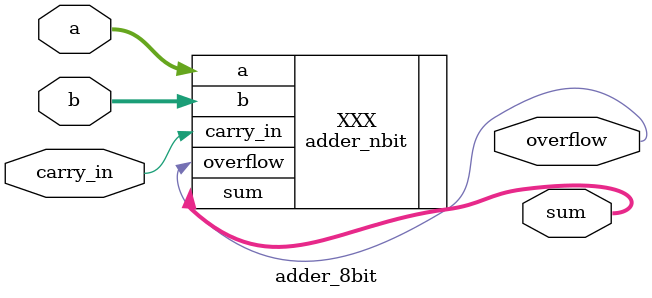
<source format=sv>

module adder_8bit
(
	input wire [7:0] a,
	input wire [7:0] b,
	input wire carry_in,
	output wire [7:0] sum,
	output wire overflow
);
	adder_nbit #(8) XXX(.a(a), .b(b), .carry_in(carry_in), .sum(sum), .overflow(overflow));
	// STUDENT: Fill in the correct port map with parameter override syntax for using your n-bit ripple carry adder design to be an 8-bit ripple carry adder design

endmodule

</source>
